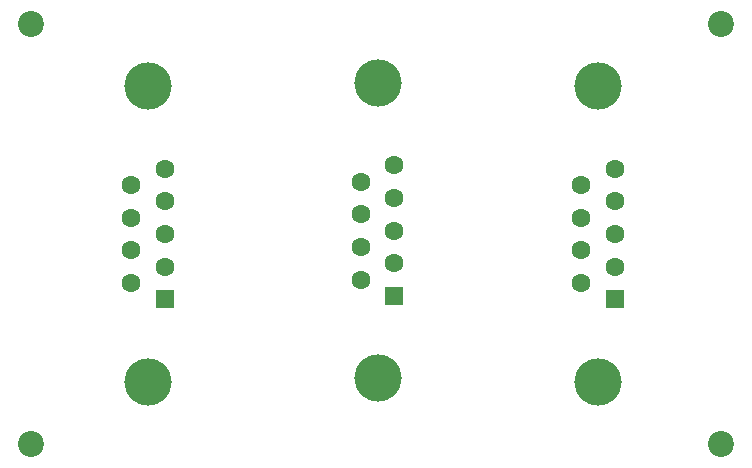
<source format=gts>
G04 #@! TF.GenerationSoftware,KiCad,Pcbnew,7.0.10*
G04 #@! TF.CreationDate,2024-01-28T20:04:37-07:00*
G04 #@! TF.ProjectId,CANBUS Breakout Board,43414e42-5553-4204-9272-65616b6f7574,rev?*
G04 #@! TF.SameCoordinates,Original*
G04 #@! TF.FileFunction,Soldermask,Top*
G04 #@! TF.FilePolarity,Negative*
%FSLAX46Y46*%
G04 Gerber Fmt 4.6, Leading zero omitted, Abs format (unit mm)*
G04 Created by KiCad (PCBNEW 7.0.10) date 2024-01-28 20:04:37*
%MOMM*%
%LPD*%
G01*
G04 APERTURE LIST*
%ADD10C,4.000000*%
%ADD11R,1.600000X1.600000*%
%ADD12C,1.600000*%
%ADD13C,2.200000*%
G04 APERTURE END LIST*
D10*
X134390331Y-66250000D03*
X134390331Y-91250000D03*
D11*
X135810331Y-84290000D03*
D12*
X135810331Y-81520000D03*
X135810331Y-78750000D03*
X135810331Y-75980000D03*
X135810331Y-73210000D03*
X132970331Y-82905000D03*
X132970331Y-80135000D03*
X132970331Y-77365000D03*
X132970331Y-74595000D03*
X152400000Y-74314669D03*
X152400000Y-77084669D03*
X152400000Y-79854669D03*
X152400000Y-82624669D03*
X155240000Y-72929669D03*
X155240000Y-75699669D03*
X155240000Y-78469669D03*
X155240000Y-81239669D03*
D11*
X155240000Y-84009669D03*
D10*
X153820000Y-90969669D03*
X153820000Y-65969669D03*
D13*
X182880000Y-96520000D03*
X124460000Y-60960000D03*
D10*
X172490331Y-66250000D03*
X172490331Y-91250000D03*
D11*
X173910331Y-84290000D03*
D12*
X173910331Y-81520000D03*
X173910331Y-78750000D03*
X173910331Y-75980000D03*
X173910331Y-73210000D03*
X171070331Y-82905000D03*
X171070331Y-80135000D03*
X171070331Y-77365000D03*
X171070331Y-74595000D03*
D13*
X182880000Y-60960000D03*
X124460000Y-96520000D03*
M02*

</source>
